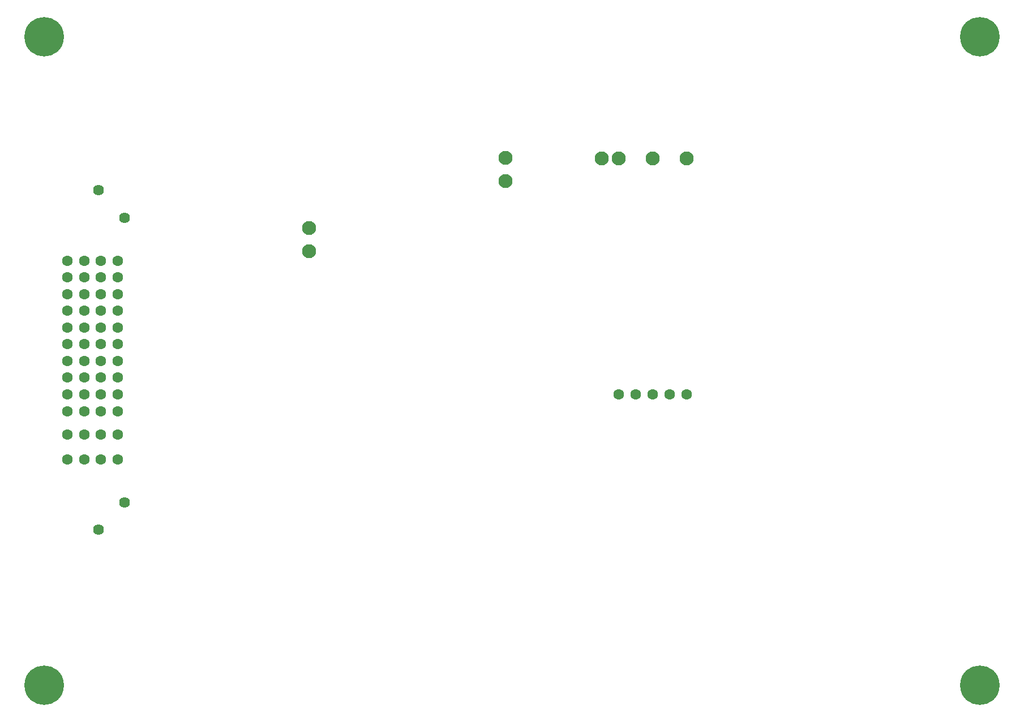
<source format=gbs>
G04*
G04 #@! TF.GenerationSoftware,Altium Limited,Altium Designer,22.2.1 (43)*
G04*
G04 Layer_Color=16711935*
%FSAX44Y44*%
%MOMM*%
G71*
G04*
G04 #@! TF.SameCoordinates,097045FE-6C59-462F-8A7E-8FAF3A3C29C4*
G04*
G04*
G04 #@! TF.FilePolarity,Negative*
G04*
G01*
G75*
%ADD48C,2.1000*%
%ADD49C,1.6000*%
%ADD50C,1.6240*%
%ADD51C,5.9000*%
D48*
X00936000Y01189000D02*
D03*
Y01224000D02*
D03*
X01230100Y01293875D02*
D03*
Y01328875D02*
D03*
X01373750Y01328000D02*
D03*
X01399150D02*
D03*
X01449950D02*
D03*
X01500750D02*
D03*
D49*
X00625000Y01175000D02*
D03*
Y01150000D02*
D03*
Y01125000D02*
D03*
Y01100000D02*
D03*
Y01075000D02*
D03*
Y01050000D02*
D03*
Y01025000D02*
D03*
Y01000000D02*
D03*
Y00975000D02*
D03*
Y00950000D02*
D03*
Y00915000D02*
D03*
Y00878000D02*
D03*
X00600000Y01175000D02*
D03*
Y01150000D02*
D03*
Y01125000D02*
D03*
Y01100000D02*
D03*
Y01075000D02*
D03*
Y01050000D02*
D03*
Y01025000D02*
D03*
Y01000000D02*
D03*
Y00975000D02*
D03*
Y00950000D02*
D03*
Y00915000D02*
D03*
Y00878000D02*
D03*
X00575000Y01175000D02*
D03*
Y01150000D02*
D03*
Y01125000D02*
D03*
Y01100000D02*
D03*
Y01075000D02*
D03*
Y01050000D02*
D03*
Y01025000D02*
D03*
Y01000000D02*
D03*
Y00975000D02*
D03*
Y00950000D02*
D03*
Y00915000D02*
D03*
Y00878000D02*
D03*
X00650000D02*
D03*
Y00915000D02*
D03*
Y00950000D02*
D03*
Y01000000D02*
D03*
Y01025000D02*
D03*
Y01075000D02*
D03*
Y01100000D02*
D03*
Y01125000D02*
D03*
Y01150000D02*
D03*
Y01175000D02*
D03*
Y00975000D02*
D03*
Y01050000D02*
D03*
X01399200Y00975000D02*
D03*
X01424600D02*
D03*
X01450000D02*
D03*
X01475400D02*
D03*
X01500800D02*
D03*
D50*
X00621500Y01280500D02*
D03*
X00660000Y01239500D02*
D03*
Y00813500D02*
D03*
X00621500Y00772500D02*
D03*
D51*
X00540000Y01510000D02*
D03*
Y00540000D02*
D03*
X01940000D02*
D03*
Y01510000D02*
D03*
M02*

</source>
